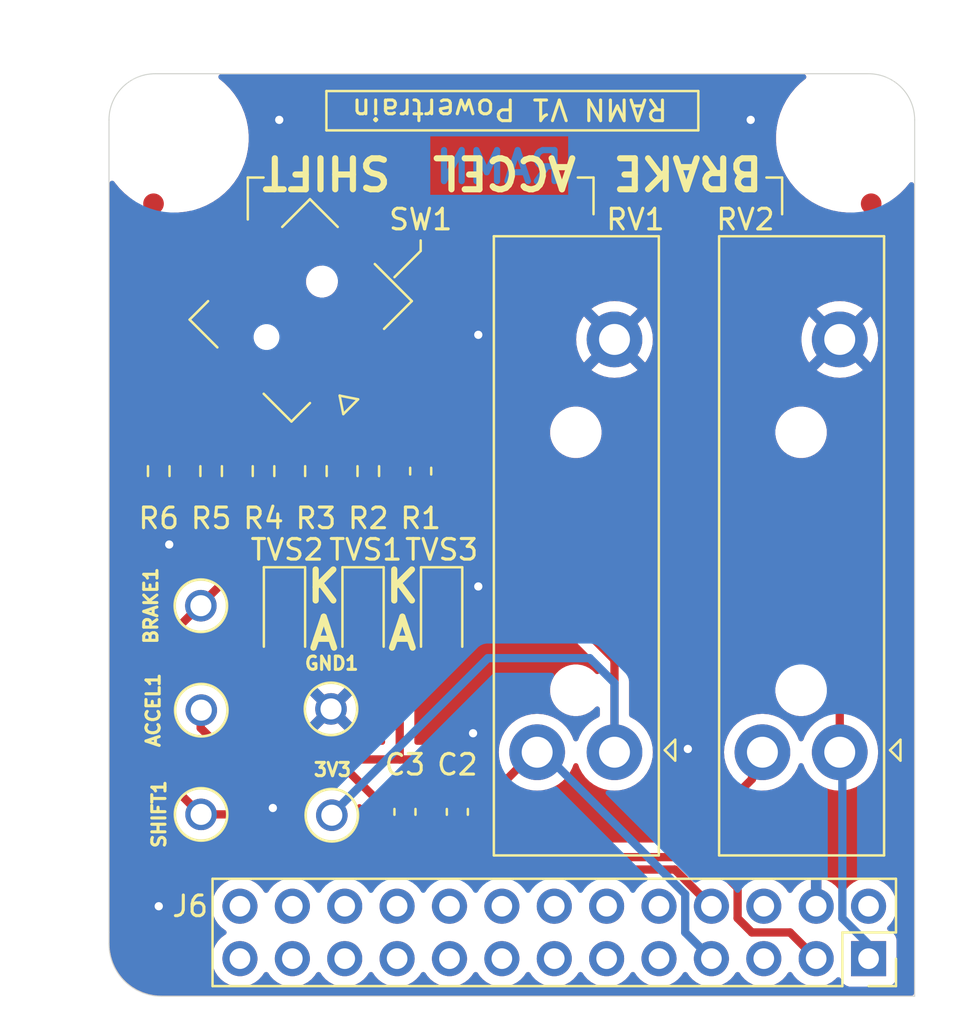
<source format=kicad_pcb>
(kicad_pcb (version 20240108) (generator "pcbnew") (generator_version "8.0")
  (layers (0 "F.Cu" signal) (31 "B.Cu" signal) (34 "B.Paste" user) (35 "F.Paste" user) (36 "B.SilkS" user "B.Silkscreen") (37 "F.SilkS" user "F.Silkscreen") (38 "B.Mask" user) (39 "F.Mask" user) (44 "Edge.Cuts" user))
  (net 0 "")
  (net 1 "GND")
  (net 2 "/3V3_ECU")
  (net 3 "Accel")
  (net 4 "Brake")
  (net 5 "JOYSTICK")
  (net 6 "Net-(R2-Pad2)")
  (net 7 "Net-(R3-Pad2)")
  (net 8 "Net-(R4-Pad2)")
  (net 9 "Net-(R5-Pad2)")
  (net 10 "+5V")
  (footprint "custom:RS15111A900B" (layer "F.Cu") (at 67.818 47.498 90)
    (property "Reference" "RV2" (at 19.812 -4.572 180) (layer "F.SilkS"))
    (property "Value" "R_POT_TRIM_US" (hide yes))
    (fp_line (start 19 -5.85) (end 19 2.15) (stroke (width 0.12)) (layer "F.SilkS"))
    (fp_line (start -11 -5.85) (end 19 -5.85) (stroke (width 0.12)) (layer "F.SilkS"))
    (fp_line (start -11 -5.85) (end -11 2.15) (stroke (width 0.12)) (layer "F.SilkS"))
    (fp_line (start -11 2.15) (end 19 2.15) (stroke (width 0.12)) (layer "F.SilkS"))
    (fp_line (start -5.9 2.436) (end -5.392 2.944) (stroke (width 0.12)) (layer "F.SilkS"))
    (fp_line (start -5.392 2.944) (end -6.408 2.944) (stroke (width 0.12)) (layer "F.SilkS"))
    (fp_line (start -6.408 2.944) (end -5.9 2.436) (stroke (width 0.12)) (layer "F.SilkS"))
    (pad "" np_thru_hole circle (at -3 -1.875 90) (size 2 2) (drill 2) (layers "*.Cu" "*.Mask"))
    (pad "" np_thru_hole circle (at 9.5 -1.875 90) (size 2 2) (drill 2) (layers "*.Cu" "*.Mask"))
    (pad "1" thru_hole circle (at -6 0 90) (size 2.7 2.7) (drill 1.5) (layers "*.Cu" "*.Mask") (net 2 "/3V3_ECU"))
    (pad "2" thru_hole circle (at -6 -3.75 90) (size 2.7 2.7) (drill 1.5) (layers "*.Cu" "*.Mask") (net 4 "Brake"))
    (pad "3" thru_hole circle (at 14 0 90) (size 2.7 2.7) (drill 1.5) (layers "*.Cu" "*.Mask") (net 1 "GND"))
  )
  (footprint "Resistor_SMD:R_0603_1608Metric" (layer "F.Cu") (at 37.338 39.878 90)
    (property "Reference" "R5" (at -2.286 0 180) (layer "F.SilkS"))
    (property "Value" "10k")
    (fp_line (start -0.237258 -0.5225) (end 0.237258 -0.5225) (stroke (width 0.12)) (layer "F.SilkS"))
    (fp_line (start -0.237258 0.5225) (end 0.237258 0.5225) (stroke (width 0.12)) (layer "F.SilkS"))
    (pad "1" smd roundrect (at -0.825 0 90) (size 0.8 0.95) (layers "F.Cu" "F.Paste" "F.Mask") (net 8 "Net-(R4-Pad2)"))
    (pad "2" smd roundrect (at 0.825 0 90) (size 0.8 0.95) (layers "F.Cu" "F.Paste" "F.Mask") (net 9 "Net-(R5-Pad2)"))
  )
  (footprint "Resistor_SMD:R_0603_1608Metric" (layer "F.Cu") (at 44.958 39.878 -90)
    (property "Reference" "R2" (at 2.286 0 0) (layer "F.SilkS"))
    (property "Value" "10k")
    (fp_line (start -0.237258 0.5225) (end 0.237258 0.5225) (stroke (width 0.12)) (layer "F.SilkS"))
    (fp_line (start -0.237258 -0.5225) (end 0.237258 -0.5225) (stroke (width 0.12)) (layer "F.SilkS"))
    (pad "1" smd roundrect (at -0.825 0 270) (size 0.8 0.95) (layers "F.Cu" "F.Paste" "F.Mask") (net 5 "JOYSTICK"))
    (pad "2" smd roundrect (at 0.825 0 270) (size 0.8 0.95) (layers "F.Cu" "F.Paste" "F.Mask") (net 6 "Net-(R2-Pad2)"))
  )
  (footprint "Resistor_SMD:R_0603_1608Metric" (layer "F.Cu") (at 34.798 39.878 -90)
    (property "Reference" "R6" (at 2.286 0 0) (layer "F.SilkS"))
    (property "Value" "10k")
    (fp_line (start -0.237258 0.5225) (end 0.237258 0.5225) (stroke (width 0.12)) (layer "F.SilkS"))
    (fp_line (start -0.237258 -0.5225) (end 0.237258 -0.5225) (stroke (width 0.12)) (layer "F.SilkS"))
    (pad "1" smd roundrect (at -0.825 0 270) (size 0.8 0.95) (layers "F.Cu" "F.Paste" "F.Mask") (net 9 "Net-(R5-Pad2)"))
    (pad "2" smd roundrect (at 0.825 0 270) (size 0.8 0.95) (layers "F.Cu" "F.Paste" "F.Mask") (net 1 "GND"))
  )
  (footprint "Resistor_SMD:R_0603_1608Metric" (layer "F.Cu") (at 39.878 39.878 90)
    (property "Reference" "R4" (at -2.286 0 180) (layer "F.SilkS"))
    (property "Value" "10k")
    (fp_line (start -0.237258 -0.5225) (end 0.237258 -0.5225) (stroke (width 0.12)) (layer "F.SilkS"))
    (fp_line (start -0.237258 0.5225) (end 0.237258 0.5225) (stroke (width 0.12)) (layer "F.SilkS"))
    (pad "1" smd roundrect (at -0.825 0 90) (size 0.8 0.95) (layers "F.Cu" "F.Paste" "F.Mask") (net 7 "Net-(R3-Pad2)"))
    (pad "2" smd roundrect (at 0.825 0 90) (size 0.8 0.95) (layers "F.Cu" "F.Paste" "F.Mask") (net 8 "Net-(R4-Pad2)"))
  )
  (footprint "Resistor_SMD:R_0603_1608Metric" (layer "F.Cu") (at 42.418 39.878 -90)
    (property "Reference" "R3" (at 2.286 0 0) (layer "F.SilkS"))
    (property "Value" "10k")
    (fp_line (start -0.237258 0.5225) (end 0.237258 0.5225) (stroke (width 0.12)) (layer "F.SilkS"))
    (fp_line (start -0.237258 -0.5225) (end 0.237258 -0.5225) (stroke (width 0.12)) (layer "F.SilkS"))
    (pad "1" smd roundrect (at -0.825 0 270) (size 0.8 0.95) (layers "F.Cu" "F.Paste" "F.Mask") (net 6 "Net-(R2-Pad2)"))
    (pad "2" smd roundrect (at 0.825 0 270) (size 0.8 0.95) (layers "F.Cu" "F.Paste" "F.Mask") (net 7 "Net-(R3-Pad2)"))
  )
  (footprint "custom:RS15111A900B" (layer "F.Cu") (at 56.896 47.498 90)
    (property "Reference" "RV1" (at 19.812 1.016 180) (layer "F.SilkS"))
    (property "Value" "R_POT_TRIM_US" (hide yes))
    (fp_line (start 19 -5.85) (end 19 2.15) (stroke (width 0.12)) (layer "F.SilkS"))
    (fp_line (start -11 -5.85) (end 19 -5.85) (stroke (width 0.12)) (layer "F.SilkS"))
    (fp_line (start -11 -5.85) (end -11 2.15) (stroke (width 0.12)) (layer "F.SilkS"))
    (fp_line (start -11 2.15) (end 19 2.15) (stroke (width 0.12)) (layer "F.SilkS"))
    (fp_line (start -5.9 2.436) (end -5.392 2.944) (stroke (width 0.12)) (layer "F.SilkS"))
    (fp_line (start -5.392 2.944) (end -6.408 2.944) (stroke (width 0.12)) (layer "F.SilkS"))
    (fp_line (start -6.408 2.944) (end -5.9 2.436) (stroke (width 0.12)) (layer "F.SilkS"))
    (pad "" np_thru_hole circle (at -3 -1.875 90) (size 2 2) (drill 2) (layers "*.Cu" "*.Mask"))
    (pad "" np_thru_hole circle (at 9.5 -1.875 90) (size 2 2) (drill 2) (layers "*.Cu" "*.Mask"))
    (pad "1" thru_hole circle (at -6 0 90) (size 2.7 2.7) (drill 1.5) (layers "*.Cu" "*.Mask") (net 2 "/3V3_ECU"))
    (pad "2" thru_hole circle (at -6 -3.75 90) (size 2.7 2.7) (drill 1.5) (layers "*.Cu" "*.Mask") (net 3 "Accel"))
    (pad "3" thru_hole circle (at 14 0 90) (size 2.7 2.7) (drill 1.5) (layers "*.Cu" "*.Mask") (net 1 "GND"))
  )
  (footprint "Capacitor_SMD:C_0603_1608Metric" (layer "F.Cu") (at 46.736 56.388 90)
    (property "Reference" "C3" (at 2.286 0 180) (layer "F.SilkS"))
    (property "Value" "100nF")
    (fp_line (start -0.14058 -0.51) (end 0.14058 -0.51) (stroke (width 0.12)) (layer "F.SilkS"))
    (fp_line (start -0.14058 0.51) (end 0.14058 0.51) (stroke (width 0.12)) (layer "F.SilkS"))
    (pad "1" smd roundrect (at -0.775 0 90) (size 0.9 0.95) (layers "F.Cu" "F.Paste" "F.Mask") (net 4 "Brake"))
    (pad "2" smd roundrect (at 0.775 0 90) (size 0.9 0.95) (layers "F.Cu" "F.Paste" "F.Mask") (net 1 "GND"))
  )
  (footprint "MountingHole:MountingHole_3.2mm_M3_ISO7380" (layer "F.Cu") (at 35.56 23.749)
    (property "Reference" "H1" (hide yes))
    (property "Value" "MountingHole")
    (pad "" np_thru_hole circle (at 0 0) (size 3.2 3.2) (drill 3.2) (layers "*.Cu" "*.Mask") (clearance 2))
  )
  (footprint "MountingHole:MountingHole_3.2mm_M3_ISO7380" (layer "F.Cu") (at 68.326 23.749)
    (property "Reference" "H2" (hide yes))
    (property "Value" "MountingHole")
    (pad "" np_thru_hole circle (at 0 0) (size 3.2 3.2) (drill 3.2) (layers "*.Cu" "*.Mask") (clearance 2))
  )
  (footprint "Connector_PinSocket_2.54mm:PinSocket_2x13_P2.54mm_Vertical" (layer "F.Cu") (at 69.215 63.5 -90)
    (property "Reference" "J6" (at -2.54 32.893 180) (layer "F.SilkS"))
    (property "Value" " ")
    (fp_line (start -3.87 31.81) (end 1.33 31.81) (stroke (width 0.12)) (layer "F.SilkS"))
    (fp_line (start -1.27 1.27) (end 1.33 1.27) (stroke (width 0.12)) (layer "F.SilkS"))
    (fp_line (start 1.33 1.27) (end 1.33 31.81) (stroke (width 0.12)) (layer "F.SilkS"))
    (fp_line (start -3.87 -1.33) (end -3.87 31.81) (stroke (width 0.12)) (layer "F.SilkS"))
    (fp_line (start -3.87 -1.33) (end -1.27 -1.33) (stroke (width 0.12)) (layer "F.SilkS"))
    (fp_line (start -1.27 -1.33) (end -1.27 1.27) (stroke (width 0.12)) (layer "F.SilkS"))
    (fp_line (start 0 -1.33) (end 1.33 -1.33) (stroke (width 0.12)) (layer "F.SilkS"))
    (fp_line (start 1.33 -1.33) (end 1.33 0) (stroke (width 0.12)) (layer "F.SilkS"))
    (pad "1" thru_hole rect (at 0 0 270) (size 1.7 1.7) (drill 1) (layers "*.Cu" "*.Mask") (net 2 "/3V3_ECU"))
    (pad "2" thru_hole oval (at -2.54 0 270) (size 1.7 1.7) (drill 1) (layers "*.Cu" "*.Mask") (net 10 "+5V"))
    (pad "3" thru_hole oval (at 0 2.54 270) (size 1.7 1.7) (drill 1) (layers "*.Cu" "*.Mask") (net 4 "Brake"))
    (pad "4" thru_hole oval (at -2.54 2.54 270) (size 1.7 1.7) (drill 1) (layers "*.Cu" "*.Mask") (net 1 "GND"))
    (pad "5" thru_hole oval (at 0 5.08 270) (size 1.7 1.7) (drill 1) (layers "*.Cu" "*.Mask"))
    (pad "6" thru_hole oval (at -2.54 5.08 270) (size 1.7 1.7) (drill 1) (layers "*.Cu" "*.Mask"))
    (pad "7" thru_hole oval (at 0 7.62 270) (size 1.7 1.7) (drill 1) (layers "*.Cu" "*.Mask") (net 3 "Accel"))
    (pad "8" thru_hole oval (at -2.54 7.62 270) (size 1.7 1.7) (drill 1) (layers "*.Cu" "*.Mask") (net 5 "JOYSTICK"))
    (pad "9" thru_hole oval (at 0 10.16 270) (size 1.7 1.7) (drill 1) (layers "*.Cu" "*.Mask"))
    (pad "10" thru_hole oval (at -2.54 10.16 270) (size 1.7 1.7) (drill 1) (layers "*.Cu" "*.Mask"))
    (pad "11" thru_hole oval (at 0 12.7 270) (size 1.7 1.7) (drill 1) (layers "*.Cu" "*.Mask"))
    (pad "12" thru_hole oval (at -2.54 12.7 270) (size 1.7 1.7) (drill 1) (layers "*.Cu" "*.Mask"))
    (pad "13" thru_hole oval (at 0 15.24 270) (size 1.7 1.7) (drill 1) (layers "*.Cu" "*.Mask"))
    (pad "14" thru_hole oval (at -2.54 15.24 270) (size 1.7 1.7) (drill 1) (layers "*.Cu" "*.Mask"))
    (pad "15" thru_hole oval (at 0 17.78 270) (size 1.7 1.7) (drill 1) (layers "*.Cu" "*.Mask"))
    (pad "16" thru_hole oval (at -2.54 17.78 270) (size 1.7 1.7) (drill 1) (layers "*.Cu" "*.Mask"))
    (pad "17" thru_hole oval (at 0 20.32 270) (size 1.7 1.7) (drill 1) (layers "*.Cu" "*.Mask"))
    (pad "18" thru_hole oval (at -2.54 20.32 270) (size 1.7 1.7) (drill 1) (layers "*.Cu" "*.Mask"))
    (pad "19" thru_hole oval (at 0 22.86 270) (size 1.7 1.7) (drill 1) (layers "*.Cu" "*.Mask"))
    (pad "20" thru_hole oval (at -2.54 22.86 270) (size 1.7 1.7) (drill 1) (layers "*.Cu" "*.Mask"))
    (pad "21" thru_hole oval (at 0 25.4 270) (size 1.7 1.7) (drill 1) (layers "*.Cu" "*.Mask"))
    (pad "22" thru_hole oval (at -2.54 25.4 270) (size 1.7 1.7) (drill 1) (layers "*.Cu" "*.Mask"))
    (pad "23" thru_hole oval (at 0 27.94 270) (size 1.7 1.7) (drill 1) (layers "*.Cu" "*.Mask"))
    (pad "24" thru_hole oval (at -2.54 27.94 270) (size 1.7 1.7) (drill 1) (layers "*.Cu" "*.Mask"))
    (pad "25" thru_hole oval (at 0 30.48 270) (size 1.7 1.7) (drill 1) (layers "*.Cu" "*.Mask"))
    (pad "26" thru_hole oval (at -2.54 30.48 270) (size 1.7 1.7) (drill 1) (layers "*.Cu" "*.Mask"))
  )
  (footprint "Capacitor_SMD:C_0603_1608Metric" (layer "F.Cu") (at 49.276 56.388 -90)
    (property "Reference" "C2" (at -2.286 0 180) (layer "F.SilkS"))
    (property "Value" "100nF")
    (fp_line (start -0.14058 0.51) (end 0.14058 0.51) (stroke (width 0.12)) (layer "F.SilkS"))
    (fp_line (start -0.14058 -0.51) (end 0.14058 -0.51) (stroke (width 0.12)) (layer "F.SilkS"))
    (pad "1" smd roundrect (at -0.775 0 270) (size 0.9 0.95) (layers "F.Cu" "F.Paste" "F.Mask") (net 3 "Accel"))
    (pad "2" smd roundrect (at 0.775 0 270) (size 0.9 0.95) (layers "F.Cu" "F.Paste" "F.Mask") (net 1 "GND"))
  )
  (footprint "Resistor_SMD:R_0603_1608Metric" (layer "F.Cu") (at 47.498 39.878 90)
    (property "Reference" "R1" (at -2.286 0 0) (layer "F.SilkS"))
    (property "Value" "10k")
    (fp_line (start -0.162779 -0.51) (end 0.162779 -0.51) (stroke (width 0.12)) (layer "F.SilkS"))
    (fp_line (start -0.162779 0.51) (end 0.162779 0.51) (stroke (width 0.12)) (layer "F.SilkS"))
    (pad "1" smd roundrect (at -0.7875 0 90) (size 0.875 0.95) (layers "F.Cu" "F.Paste" "F.Mask") (net 2 "/3V3_ECU"))
    (pad "2" smd roundrect (at 0.7875 0 90) (size 0.875 0.95) (layers "F.Cu" "F.Paste" "F.Mask") (net 5 "JOYSTICK"))
  )
  (footprint "Diode_SMD:D_SOD-123F" (layer "F.Cu") (at 44.704 46.736 -90)
    (property "Reference" "TVS1" (at -3.048 -0.127 180) (layer "F.SilkS"))
    (property "Value" "D_TVS")
    (fp_line (start -2.2 1) (end 1.65 1) (stroke (width 0.12)) (layer "F.SilkS"))
    (fp_line (start -2.2 -1) (end -2.2 1) (stroke (width 0.12)) (layer "F.SilkS"))
    (fp_line (start -2.2 -1) (end 1.65 -1) (stroke (width 0.12)) (layer "F.SilkS"))
    (pad "1" smd rect (at -1.4 0 270) (size 1.1 1.1) (layers "F.Cu" "F.Paste" "F.Mask") (net 3 "Accel"))
    (pad "2" smd rect (at 1.4 0 270) (size 1.1 1.1) (layers "F.Cu" "F.Paste" "F.Mask") (net 1 "GND"))
  )
  (footprint "Diode_SMD:D_SOD-123F" (layer "F.Cu") (at 40.894 46.736 -90)
    (property "Reference" "TVS2" (at -3.048 -0.127 180) (layer "F.SilkS"))
    (property "Value" "D_TVS")
    (fp_line (start -2.2 1) (end 1.65 1) (stroke (width 0.12)) (layer "F.SilkS"))
    (fp_line (start -2.2 -1) (end -2.2 1) (stroke (width 0.12)) (layer "F.SilkS"))
    (fp_line (start -2.2 -1) (end 1.65 -1) (stroke (width 0.12)) (layer "F.SilkS"))
    (pad "1" smd rect (at -1.4 0 270) (size 1.1 1.1) (layers "F.Cu" "F.Paste" "F.Mask") (net 4 "Brake"))
    (pad "2" smd rect (at 1.4 0 270) (size 1.1 1.1) (layers "F.Cu" "F.Paste" "F.Mask") (net 1 "GND"))
  )
  (footprint "Diode_SMD:D_SOD-123F" (layer "F.Cu") (at 48.514 46.736 -90)
    (property "Reference" "TVS3" (at -3.048 0 180) (layer "F.SilkS"))
    (property "Value" "D_TVS")
    (fp_line (start -2.2 1) (end 1.65 1) (stroke (width 0.12)) (layer "F.SilkS"))
    (fp_line (start -2.2 -1) (end -2.2 1) (stroke (width 0.12)) (layer "F.SilkS"))
    (fp_line (start -2.2 -1) (end 1.65 -1) (stroke (width 0.12)) (layer "F.SilkS"))
    (pad "1" smd rect (at -1.4 0 270) (size 1.1 1.1) (layers "F.Cu" "F.Paste" "F.Mask") (net 5 "JOYSTICK"))
    (pad "2" smd rect (at 1.4 0 270) (size 1.1 1.1) (layers "F.Cu" "F.Paste" "F.Mask") (net 1 "GND"))
  )
  (footprint "custom:SKRHADE010" (layer "F.Cu") (at 41.402 32.004 135)
    (property "Reference" "SW1" (at -1.257236 7.36381 180) (layer "F.SilkS"))
    (property "Value" "SKRHADE010" (hide yes))
    (fp_line (start 3.234999 -3.99) (end 1.33 -3.99) (stroke (width 0.12)) (layer "F.SilkS"))
    (fp_line (start 3.235 -2.72) (end 3.234999 -3.99) (stroke (width 0.12)) (layer "F.SilkS"))
    (fp_line (start -1.845 -3.99) (end -3.749999 -3.99) (stroke (width 0.12)) (layer "F.SilkS"))
    (fp_line (start -3.749999 -3.99) (end -3.75 -2.72) (stroke (width 0.12)) (layer "F.SilkS"))
    (fp_line (start 3.235 4.265) (end 3.234999 2.36) (stroke (width 0.12)) (layer "F.SilkS"))
    (fp_line (start 1.33 4.264999) (end 3.235 4.265) (stroke (width 0.12)) (layer "F.SilkS"))
    (fp_line (start -4.512 -1.45) (end -5.274 -0.942) (stroke (width 0.12)) (layer "F.SilkS"))
    (fp_line (start -5.274 -1.958) (end -4.512 -1.45) (stroke (width 0.12)) (layer "F.SilkS"))
    (fp_line (start -5.274 -1.196) (end -5.274 -1.958) (stroke (width 0.12)) (layer "F.SilkS"))
    (fp_line (start -5.274 -0.942) (end -5.274 -1.196) (stroke (width 0.12)) (layer "F.SilkS"))
    (fp_line (start -3.749999 2.36) (end -3.75 4.265) (stroke (width 0.12)) (layer "F.SilkS"))
    (fp_line (start -3.75 4.265) (end -1.21 4.265) (stroke (width 0.12)) (layer "F.SilkS"))
    (pad "" smd rect (at 0 -4.1 135) (size 2 1.8) (layers "F.Cu" "F.Paste" "F.Mask"))
    (pad "" np_thru_hole circle (at 0 -1.95 135) (size 0.75 0.75) (drill 0.75) (layers "*.Cu" "*.Mask"))
    (pad "" np_thru_hole circle (at 0 1.850001 135) (size 1.05 1.05) (drill 1.05) (layers "*.Cu" "*.Mask"))
    (pad "" smd rect (at 0 4 135) (size 2 1.8) (layers "F.Cu" "F.Paste" "F.Mask"))
    (pad "1" smd rect (at -3.75 -1.45 135) (size 1.35 1) (layers "F.Cu" "F.Paste" "F.Mask") (net 5 "JOYSTICK"))
    (pad "2" smd rect (at -3.75 -0.025 135) (size 1.35 1) (layers "F.Cu" "F.Paste" "F.Mask") (net 6 "Net-(R2-Pad2)"))
    (pad "3" smd rect (at -3.75 1.4 135) (size 1.35 1) (layers "F.Cu" "F.Paste" "F.Mask") (net 7 "Net-(R3-Pad2)"))
    (pad "4" smd rect (at 3.4 -1.45 135) (size 1.35 1) (layers "F.Cu" "F.Paste" "F.Mask") (net 8 "Net-(R4-Pad2)"))
    (pad "5" smd rect (at 3.4 -0.025 135) (size 1.35 1) (layers "F.Cu" "F.Paste" "F.Mask") (net 1 "GND"))
    (pad "6" smd rect (at 3.400001 1.4 135) (size 1.35 1) (layers "F.Cu" "F.Paste" "F.Mask") (net 9 "Net-(R5-Pad2)"))
  )
  (footprint "Fiducial:Fiducial_1mm_Mask2mm" (layer "F.Cu") (at 34.798 63.246)
    (property "Reference" "FID1" (hide yes))
    (property "Value" "Fiducial")
    (pad "" smd circle (at 0 0) (size 1 1) (layers "F.Cu" "F.Mask") (clearance 0.5))
  )
  (footprint "Fiducial:Fiducial_1mm_Mask2mm" (layer "F.Cu") (at 34.798 26.924)
    (property "Reference" "FID2" (hide yes))
    (property "Value" "Fiducial")
    (pad "" smd circle (at -0.254 0) (size 1 1) (layers "F.Cu" "F.Mask") (clearance 0.5))
  )
  (footprint "Fiducial:Fiducial_1mm_Mask2mm" (layer "F.Cu") (at 69.342 26.924)
    (property "Reference" "FID3" (hide yes))
    (property "Value" "Fiducial")
    (pad "" smd circle (at 0 0) (size 1 1) (layers "F.Cu" "F.Mask") (clearance 0.5))
  )
  (footprint "Global_Library:KEYSTONE_5002" (layer "F.Cu") (at 43.19 56.55)
    (property "Reference" "3V3" (at 0.032 -2.2064 0) (layer "F.SilkS") (effects (font (size 0.64 0.64))))
    (property "Value" "TestPoint")
    (fp_circle (center 0 0) (end 1.27 0) (stroke (width 0.127)) (fill none) (layer "F.SilkS"))
    (pad "1" thru_hole circle (at 0 0) (size 1.53 1.53) (drill 1.02) (layers "*.Cu" "*.Mask") (net 2 "/3V3_ECU"))
  )
  (footprint "Global_Library:KEYSTONE_5002" (layer "F.Cu") (at 36.86 51.46)
    (property "Reference" "ACCEL1" (at -2.33 0 90) (layer "F.SilkS") (effects (font (size 0.64 0.64))))
    (property "Value" "TestPoint")
    (fp_circle (center 0 0) (end 1.27 0) (stroke (width 0.127)) (fill none) (layer "F.SilkS"))
    (pad "1" thru_hole circle (at 0 0) (size 1.53 1.53) (drill 1.02) (layers "*.Cu" "*.Mask") (net 3 "Accel"))
  )
  (footprint "Global_Library:KEYSTONE_5002" (layer "F.Cu") (at 36.84 46.4)
    (property "Reference" "BRAKE1" (at -2.42 0 90) (layer "F.SilkS") (effects (font (size 0.64 0.64))))
    (property "Value" "TestPoint")
    (fp_circle (center 0 0) (end 1.27 0) (stroke (width 0.127)) (fill none) (layer "F.SilkS"))
    (pad "1" thru_hole circle (at 0 0) (size 1.53 1.53) (drill 1.02) (layers "*.Cu" "*.Mask") (net 4 "Brake"))
  )
  (footprint "Global_Library:KEYSTONE_5002" (layer "F.Cu") (at 43.15 51.4)
    (property "Reference" "GND1" (at 0.032 -2.2064 0) (layer "F.SilkS") (effects (font (size 0.64 0.64))))
    (property "Value" "TestPoint")
    (fp_circle (center 0 0) (end 1.27 0) (stroke (width 0.127)) (fill none) (layer "F.SilkS"))
    (pad "1" thru_hole circle (at 0 0) (size 1.53 1.53) (drill 1.02) (layers "*.Cu" "*.Mask") (net 1 "GND"))
  )
  (footprint "Global_Library:KEYSTONE_5002" (layer "F.Cu") (at 36.85 56.51)
    (property "Reference" "SHIFT1" (at -2.04 -0.01 90) (layer "F.SilkS") (effects (font (size 0.64 0.64))))
    (property "Value" "TestPoint")
    (fp_circle (center 0 0) (end 1.27 0) (stroke (width 0.127)) (fill none) (layer "F.SilkS"))
    (pad "1" thru_hole circle (at 0 0) (size 1.53 1.53) (drill 1.02) (layers "*.Cu" "*.Mask") (net 5 "JOYSTICK"))
  )
  (gr_line (start 60.96 21.463) (end 42.926 21.463) (stroke (width 0.12)) (layer "F.SilkS"))
  (gr_line (start 42.926 23.368) (end 60.96 23.368) (stroke (width 0.12)) (layer "F.SilkS"))
  (gr_line (start 65.024 25.654) (end 65.024 27.432) (stroke (width 0.12)) (layer "F.SilkS"))
  (gr_line (start 39.878 25.654) (end 39.116 25.654) (stroke (width 0.12)) (layer "F.SilkS"))
  (gr_line (start 47.498 29.21) (end 47.498 28.702) (stroke (width 0.12)) (layer "F.SilkS"))
  (gr_line (start 42.926 23.368) (end 42.926 21.463) (stroke (width 0.12)) (layer "F.SilkS"))
  (gr_line (start 55.118 25.654) (end 55.88 25.654) (stroke (width 0.12)) (layer "F.SilkS"))
  (gr_line (start 64.262 25.654) (end 65.024 25.654) (stroke (width 0.12)) (layer "F.SilkS"))
  (gr_line (start 39.116 25.654) (end 39.116 27.686) (stroke (width 0.12)) (layer "F.SilkS"))
  (gr_line (start 60.96 23.368) (end 60.96 21.463) (stroke (width 0.12)) (layer "F.SilkS"))
  (gr_line (start 55.88 25.654) (end 55.88 27.432) (stroke (width 0.12)) (layer "F.SilkS"))
  (gr_line (start 46.228 30.48) (end 47.498 29.21) (stroke (width 0.12)) (layer "F.SilkS"))
  (gr_line (start 34.62 20.625) (end 69.215 20.625) (stroke (width 0.05)) (layer "Edge.Cuts"))
  (gr_line (start 71.45 22.86) (end 71.45 65.32) (stroke (width 0.05)) (layer "Edge.Cuts"))
  (gr_line (start 32.385 22.86) (end 32.385 62.23) (stroke (width 0.05)) (layer "Edge.Cuts"))
  (gr_arc (start 32.385 22.86) (mid 33.039616 21.279616) (end 34.62 20.625) (stroke (width 0.05)) (layer "Edge.Cuts"))
  (gr_arc (start 69.215 20.625) (mid 70.795384 21.279616) (end 71.45 22.86) (stroke (width 0.05)) (layer "Edge.Cuts"))
  (gr_line (start 32.385 62.23) (end 32.385 62.78) (stroke (width 0.05)) (layer "Edge.Cuts"))
  (gr_line (start 34.925 65.32) (end 71.45 65.32) (stroke (width 0.05)) (layer "Edge.Cuts"))
  (gr_arc (start 34.925 65.32) (mid 33.128949 64.576051) (end 32.385 62.78) (stroke (width 0.05)) (layer "Edge.Cuts"))
  (gr_text "RAMN" (at 51.308 25.146 0) (layer "B.Cu") (effects (font (size 1.5 1.5) (thickness 0.3)) (justify mirror)))
  (gr_text "SHIFT" (at 42.926 25.4 180) (layer "F.SilkS") (effects (font (size 1.5 1.5) (thickness 0.3))))
  (gr_text "ACCEL" (at 51.562 25.4 180) (layer "F.SilkS") (effects (font (size 1.5 1.5) (thickness 0.3))))
  (gr_text "BRAKE" (at 60.452 25.4 180) (layer "F.SilkS") (effects (font (size 1.5 1.5) (thickness 0.3))))
  (gr_text "K" (at 46.609 45.466 0) (layer "F.SilkS") (effects (font (size 1.5 1.5) (thickness 0.3))))
  (gr_text "A" (at 42.799 47.752 0) (layer "F.SilkS") (effects (font (size 1.5 1.5) (thickness 0.3))))
  (gr_text "A" (at 46.609 47.752 0) (layer "F.SilkS") (effects (font (size 1.5 1.5) (thickness 0.3))))
  (gr_text "RAMN V1 Powertrain" (at 51.816 22.352 180) (layer "F.SilkS") (effects (font (size 1 1))))
  (gr_text "K" (at 42.799 45.466 0) (layer "F.SilkS") (effects (font (size 1.5 1.5) (thickness 0.3))))
  (via (at 40.64 22.86) (size 0.8) (drill 0.4) (layers "F.Cu" "B.Cu") (net 1))
  (via (at 50.292 45.466) (size 0.8) (drill 0.4) (layers "F.Cu" "B.Cu") (net 1))
  (via (at 40.33 56.2) (size 0.8) (drill 0.4) (layers "F.Cu" "B.Cu") (net 1))
  (via (at 50.292 33.274) (size 0.8) (drill 0.4) (layers "F.Cu" "B.Cu") (net 1))
  (via (at 60.452 53.34) (size 0.8) (drill 0.4) (layers "F.Cu" "B.Cu") (net 1))
  (via (at 63.5 22.86) (size 0.8) (drill 0.4) (layers "F.Cu" "B.Cu") (net 1))
  (via (at 50.038 52.578) (size 0.8) (drill 0.4) (layers "F.Cu" "B.Cu") (net 1))
  (via (at 34.798 60.96) (size 0.8) (drill 0.4) (layers "F.Cu" "B.Cu") (net 1))
  (via (at 35.306 43.434) (size 0.8) (drill 0.4) (layers "F.Cu" "B.Cu") (net 1))
  (segment (start 67.818 49.911) (end 66.929 49.022) (width 0.4) (layer "F.Cu") (net 2))
  (segment (start 66.929 49.022) (end 56.985998 49.022) (width 0.4) (layer "F.Cu") (net 2))
  (segment (start 56.896 49.022) (end 48.5395 40.6655) (width 0.4) (layer "F.Cu") (net 2))
  (segment (start 67.818 53.498) (end 67.818 49.911) (width 0.4) (layer "F.Cu") (net 2))
  (segment (start 56.896 49.111998) (end 56.896 49.022) (width 0.4) (layer "F.Cu") (net 2))
  (segment (start 56.896 53.498) (end 56.896 49.111998) (width 0.4) (layer "F.Cu") (net 2))
  (segment (start 56.985998 49.022) (end 56.896 49.111998) (width 0.4) (layer "F.Cu") (net 2))
  (segment (start 48.5395 40.6655) (end 47.498 40.6655) (width 0.4) (layer "F.Cu") (net 2))
  (segment (start 69.215 63.5) (end 69.215 62.810002) (width 0.4) (layer "B.Cu") (net 2))
  (segment (start 55.693001 48.939999) (end 50.755001 48.939999) (width 0.4) (layer "B.Cu") (net 2))
  (segment (start 67.945 61.540002) (end 67.945 53.975) (width 0.4) (layer "B.Cu") (net 2))
  (segment (start 67.945 53.975) (end 67.31 53.34) (width 0.4) (layer "B.Cu") (net 2))
  (segment (start 56.896 50.142998) (end 55.693001 48.939999) (width 0.4) (layer "B.Cu") (net 2))
  (segment (start 50.755001 48.939999) (end 43.18 56.515) (width 0.4) (layer "B.Cu") (net 2))
  (segment (start 69.215 62.810002) (end 67.945 61.540002) (width 0.4) (layer "B.Cu") (net 2))
  (segment (start 56.896 53.34) (end 56.896 50.142998) (width 0.4) (layer "B.Cu") (net 2))
  (segment (start 44.704 45.466) (end 46.482 47.244) (width 0.4) (layer "F.Cu") (net 3))
  (segment (start 49.276 55.613) (end 47.511 53.848) (width 0.4) (layer "F.Cu") (net 3))
  (segment (start 38.354 53.848) (end 36.83 52.324) (width 0.4) (layer "F.Cu") (net 3))
  (segment (start 46.482 53.848) (end 38.354 53.848) (width 0.4) (layer "F.Cu") (net 3))
  (segment (start 36.83 52.324) (end 36.83 51.435) (width 0.4) (layer "F.Cu") (net 3))
  (segment (start 47.511 53.848) (end 46.482 53.848) (width 0.4) (layer "F.Cu") (net 3))
  (segment (start 50.873 55.613) (end 49.276 55.613) (width 0.4) (layer "F.Cu") (net 3))
  (segment (start 44.704 45.336) (end 44.704 45.466) (width 0.4) (layer "F.Cu") (net 3))
  (segment (start 53.146 53.34) (end 50.873 55.613) (width 0.4) (layer "F.Cu") (net 3))
  (segment (start 46.482 47.244) (end 46.482 53.848) (width 0.4) (layer "F.Cu") (net 3))
  (segment (start 53.285002 53.34) (end 53.146 53.34) (width 0.4) (layer "B.Cu") (net 3))
  (segment (start 60.325 62.23) (end 60.325 60.379998) (width 0.4) (layer "B.Cu") (net 3))
  (segment (start 60.325 60.379998) (end 53.285002 53.34) (width 0.4) (layer "B.Cu") (net 3))
  (segment (start 61.595 63.5) (end 60.325 62.23) (width 0.4) (layer "B.Cu") (net 3))
  (segment (start 60.579 57.785) (end 60.706 57.658) (width 0.4) (layer "F.Cu") (net 4))
  (segment (start 34.798 52.904501) (end 34.798 48.387) (width 0.4) (layer "F.Cu") (net 4))
  (segment (start 40.894 45.336) (end 37.849 45.336) (width 0.4) (layer "F.Cu") (net 4))
  (segment (start 65.405 62.23) (end 63.554998 62.23) (width 0.4) (layer "F.Cu") (net 4))
  (segment (start 62.865 60.071) (end 60.579 57.785) (width 0.4) (layer "F.Cu") (net 4))
  (segment (start 46.736 57.163) (end 44.02101 54.44801) (width 0.4) (layer "F.Cu") (net 4))
  (segment (start 44.02101 54.44801) (end 36.341509 54.44801) (width 0.4) (layer "F.Cu") (net 4))
  (segment (start 63.554998 62.23) (end 62.865 61.540002) (width 0.4) (layer "F.Cu") (net 4))
  (segment (start 63.56 53.34) (end 63.56 54.804) (width 0.4) (layer "F.Cu") (net 4))
  (segment (start 36.341509 54.44801) (end 34.798 52.904501) (width 0.4) (layer "F.Cu") (net 4))
  (segment (start 34.798 48.387) (end 36.83 46.355) (width 0.4) (layer "F.Cu") (net 4))
  (segment (start 66.675 63.5) (end 65.405 62.23) (width 0.4) (layer "F.Cu") (net 4))
  (segment (start 60.706 57.658) (end 59.782011 58.581989) (width 0.4) (layer "F.Cu") (net 4))
  (segment (start 62.865 61.540002) (end 62.865 60.071) (width 0.4) (layer "F.Cu") (net 4))
  (segment (start 48.154989 58.581989) (end 46.736 57.163) (width 0.4) (layer "F.Cu") (net 4))
  (segment (start 37.849 45.336) (end 36.83 46.355) (width 0.4) (layer "F.Cu") (net 4))
  (segment (start 59.782011 58.581989) (end 48.154989 58.581989) (width 0.4) (layer "F.Cu") (net 4))
  (segment (start 63.56 54.804) (end 60.706 57.658) (width 0.4) (layer "F.Cu") (net 4))
  (segment (start 47.498 39.0905) (end 46.2535 39.0905) (width 0.4) (layer "F.Cu") (net 5))
  (segment (start 36.83 56.515) (end 34.197991 53.882991) (width 0.4) (layer "F.Cu") (net 5))
  (segment (start 46.2535 39.0905) (end 44.9955 39.0905) (width 0.4) (layer "F.Cu") (net 5))
  (segment (start 44.958 39.053) (end 44.958 37.610609) (width 0.4) (layer "F.Cu") (net 5))
  (segment (start 44.9955 39.0905) (end 44.958 39.053) (width 0.4) (layer "F.Cu") (net 5))
  (segment (start 48.514 45.59) (end 48.514 43.434) (width 0.4) (layer "F.Cu") (net 5))
  (segment (start 44.958 37.610609) (end 43.028346 35.680955) (width 0.4) (layer "F.Cu") (net 5))
  (segment (start 46.612 43.688) (end 48.514 45.59) (width 0.4) (layer "F.Cu") (net 5))
  (segment (start 61.595 60.96) (end 59.817 59.182) (width 0.4) (layer "F.Cu") (net 5))
  (segment (start 34.197991 46.175007) (end 36.684998 43.688) (width 0.4) (layer "F.Cu") (net 5))
  (segment (start 36.835 56.51) (end 36.83 56.515) (width 0.4) (layer "F.Cu") (net 5))
  (segment (start 59.817 59.182) (end 41.392 59.182) (width 0.4) (layer "F.Cu") (net 5))
  (segment (start 48.514 43.434) (end 46.2535 41.1735) (width 0.4) (layer "F.Cu") (net 5))
  (segment (start 41.392 59.182) (end 38.72 56.51) (width 0.4) (layer "F.Cu") (net 5))
  (segment (start 36.684998 43.688) (end 46.612 43.688) (width 0.4) (layer "F.Cu") (net 5))
  (segment (start 46.2535 41.1735) (end 46.2535 39.0905) (width 0.4) (layer "F.Cu") (net 5))
  (segment (start 34.197991 53.882991) (end 34.197991 46.175007) (width 0.4) (layer "F.Cu") (net 5))
  (segment (start 38.72 56.51) (end 36.835 56.51) (width 0.4) (layer "F.Cu") (net 5))
  (segment (start 44.958 40.703) (end 44.068 40.703) (width 0.4) (layer "F.Cu") (net 6))
  (segment (start 41.797486 35.164514) (end 42.765969 34.196031) (width 0.4) (layer "F.Cu") (net 6))
  (segment (start 41.797486 38.432486) (end 41.797486 35.164514) (width 0.4) (layer "F.Cu") (net 6))
  (segment (start 42.765969 34.196031) (end 43.558676 34.196031) (width 0.4) (layer "F.Cu") (net 6))
  (segment (start 44.068 40.703) (end 42.418 39.053) (width 0.4) (layer "F.Cu") (net 6))
  (segment (start 42.418 39.053) (end 41.797486 38.432486) (width 0.4) (layer "F.Cu") (net 6))
  (segment (start 43.558676 34.196031) (end 44.035973 34.673328) (width 0.4) (layer "F.Cu") (net 6))
  (segment (start 41.021 35.092457) (end 42.925053 33.188404) (width 0.4) (layer "F.Cu") (net 7))
  (segment (start 42.418 40.703) (end 40.957 40.703) (width 0.4) (layer "F.Cu") (net 7))
  (segment (start 42.925053 33.188404) (end 44.566303 33.188404) (width 0.4) (layer "F.Cu") (net 7))
  (segment (start 44.566303 33.188404) (end 45.0436 33.665701) (width 0.4) (layer "F.Cu") (net 7))
  (segment (start 40.957 40.703) (end 41.021 40.639) (width 0.4) (layer "F.Cu") (net 7))
  (segment (start 41.021 40.639) (end 41.021 35.092457) (width 0.4) (layer "F.Cu") (net 7))
  (segment (start 40.957 40.703) (end 39.878 40.703) (width 0.4) (layer "F.Cu") (net 7))
  (segment (start 40.259 38.672) (end 40.259 34.925) (width 0.4) (layer "F.Cu") (net 8))
  (segment (start 39.878 39.053) (end 40.259 38.672) (width 0.4) (layer "F.Cu") (net 8))
  (segment (start 38.988 39.053) (end 37.338 40.703) (width 0.4) (layer "F.Cu") (net 8))
  (segment (start 40.259 34.925) (end 41.148 34.036) (width 0.4) (layer "F.Cu") (net 8))
  (segment (start 41.148 34.036) (end 41.148 33.058164) (width 0.4) (layer "F.Cu") (net 8))
  (segment (start 41.148 33.058164) (end 38.714978 30.625142) (width 0.4) (layer "F.Cu") (net 8))
  (segment (start 39.878 39.053) (end 38.988 39.053) (width 0.4) (layer "F.Cu") (net 8))
  (segment (start 38.714978 30.625142) (end 37.972532 30.625142) (width 0.4) (layer "F.Cu") (net 8))
  (segment (start 36.76441 28.13259) (end 34.798 30.099) (width 0.4) (layer "F.Cu") (net 9))
  (segment (start 39.987786 28.609887) (end 39.510489 28.13259) (width 0.4) (layer "F.Cu") (net 9))
  (segment (start 34.798 30.099) (end 34.798 39.053) (width 0.4) (layer "F.Cu") (net 9))
  (segment (start 39.510489 28.13259) (end 36.76441 28.13259) (width 0.4) (layer "F.Cu") (net 9))
  (segment (start 37.338 39.053) (end 34.798 39.053) (width 0.4) (layer "F.Cu") (net 9))
  (zone (net 1) (net_name "GND") (layer "F.Cu") (connect_pads (clearance 0.508)) (min_thickness 0.254) (fill yes (thermal_gap 0.508) (thermal_bridge_width 0.508))
    (polygon (pts (xy 32.385 19.685) (xy 73.025 19.685) (xy 73.025 66.675) (xy 32.385 66.675)))
  )
  (zone (net 1) (net_name "GND") (layer "B.Cu") (connect_pads (clearance 0.508)) (min_thickness 0.254) (fill yes (thermal_gap 0.508) (thermal_bridge_width 0.508))
    (polygon (pts (xy 32.385 19.685) (xy 73.025 19.685) (xy 73.025 66.675) (xy 32.385 66.675)))
  )
)
</source>
